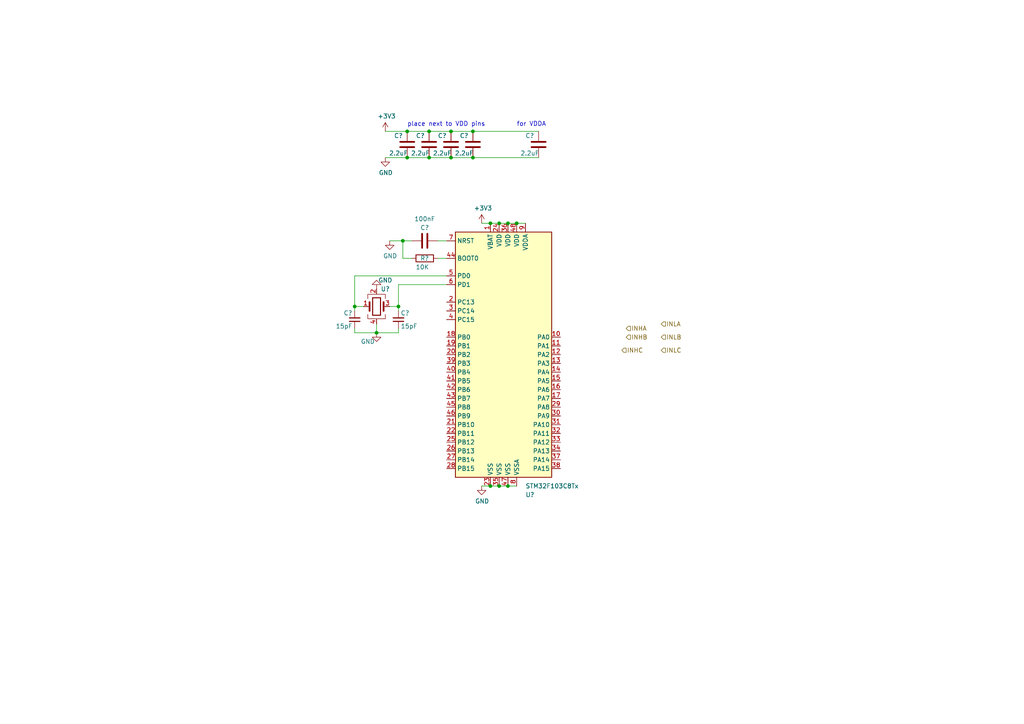
<source format=kicad_sch>
(kicad_sch (version 20211123) (generator eeschema)
  (paper "A4")
  (lib_symbols
    (symbol "Device:C" (pin_numbers hide) (pin_names (offset 0.254))
      (property "Reference" "C" (at 0.635 2.54 0))
      (property "Value" "C" (at 0.635 -2.54 0))
      (symbol "C_0_1"
        (polyline (pts (xy -2.032 -0.762) (xy 2.032 -0.762)) (stroke (width 0.508)))
        (polyline (pts (xy -2.032 0.762) (xy 2.032 0.762)) (stroke (width 0.508)))
      )
      (symbol "C_1_1"
        (pin passive line (at 0 3.81 270) (length 2.794) (name "~") (number "1"))
        (pin passive line (at 0 -3.81 90) (length 2.794) (name "~") (number "2"))
      )
    )
    (symbol "Device:C_Small" (pin_numbers hide) (pin_names (offset 0.254) hide)
      (property "Reference" "C" (at 0.254 1.778 0))
      (property "Value" "C_Small" (at 0.254 -2.032 0))
      (symbol "C_Small_0_1"
        (polyline (pts (xy -1.524 -0.508) (xy 1.524 -0.508)) (stroke (width 0.3302)))
        (polyline (pts (xy -1.524 0.508) (xy 1.524 0.508)) (stroke (width 0.3048)))
      )
      (symbol "C_Small_1_1"
        (pin passive line (at 0 2.54 270) (length 2.032) (name "~") (number "1"))
        (pin passive line (at 0 -2.54 90) (length 2.032) (name "~") (number "2"))
      )
    )
    (symbol "Device:Crystal_GND24" (pin_names (offset 1.016) hide)
      (property "Reference" "Y" (at 3.175 5.08 0))
      (property "Value" "Crystal_GND24" (at 3.175 3.175 0))
      (symbol "Crystal_GND24_0_1"
        (rectangle (start -1.143 2.54) (end 1.143 -2.54) (stroke (width 0.3048)))
        (polyline (pts (xy -2.54 0) (xy -2.032 0)))
        (polyline (pts (xy -2.032 -1.27) (xy -2.032 1.27)) (stroke (width 0.508)))
        (polyline (pts (xy 0 -3.81) (xy 0 -3.556)))
        (polyline (pts (xy 0 3.556) (xy 0 3.81)))
        (polyline (pts (xy 2.032 -1.27) (xy 2.032 1.27)) (stroke (width 0.508)))
        (polyline (pts (xy 2.032 0) (xy 2.54 0)))
        (polyline (pts (xy -2.54 -2.286) (xy -2.54 -3.556) (xy 2.54 -3.556) (xy 2.54 -2.286)))
        (polyline (pts (xy -2.54 2.286) (xy -2.54 3.556) (xy 2.54 3.556) (xy 2.54 2.286)))
      )
      (symbol "Crystal_GND24_1_1"
        (pin passive line (at -3.81 0 0) (length 1.27) (name "1") (number "1"))
        (pin passive line (at 0 5.08 270) (length 1.27) (name "2") (number "2"))
        (pin passive line (at 3.81 0 180) (length 1.27) (name "3") (number "3"))
        (pin passive line (at 0 -5.08 90) (length 1.27) (name "4") (number "4"))
      )
    )
    (symbol "Device:R" (pin_numbers hide) (pin_names (offset 0))
      (property "Reference" "R" (at 2.032 0 90))
      (property "Value" "R" (at 0 0 90))
      (symbol "R_0_1"
        (rectangle (start -1.016 -2.54) (end 1.016 2.54) (stroke (width 0.254)))
      )
      (symbol "R_1_1"
        (pin passive line (at 0 3.81 270) (length 1.27) (name "~") (number "1"))
        (pin passive line (at 0 -3.81 90) (length 1.27) (name "~") (number "2"))
      )
    )
    (symbol "MCU_ST_STM32F1:STM32F103C8Tx"
      (property "Reference" "U" (at -15.24 36.83 0))
      (property "Value" "STM32F103C8Tx" (at 7.62 36.83 0))
      (symbol "STM32F103C8Tx_0_1"
        (rectangle (start -15.24 -35.56) (end 12.7 35.56) (stroke (width 0.254)) (fill (type background)))
      )
      (symbol "STM32F103C8Tx_1_1"
        (pin power_in line (at -5.08 38.1 270) (length 2.54) (name "VBAT") (number "1"))
        (pin bidirectional line (at 15.24 5.08 180) (length 2.54) (name "PA0") (number "10"))
        (pin bidirectional line (at 15.24 2.54 180) (length 2.54) (name "PA1") (number "11"))
        (pin bidirectional line (at 15.24 0 180) (length 2.54) (name "PA2") (number "12"))
        (pin bidirectional line (at 15.24 -2.54 180) (length 2.54) (name "PA3") (number "13"))
        (pin bidirectional line (at 15.24 -5.08 180) (length 2.54) (name "PA4") (number "14"))
        (pin bidirectional line (at 15.24 -7.62 180) (length 2.54) (name "PA5") (number "15"))
        (pin bidirectional line (at 15.24 -10.16 180) (length 2.54) (name "PA6") (number "16"))
        (pin bidirectional line (at 15.24 -12.7 180) (length 2.54) (name "PA7") (number "17"))
        (pin bidirectional line (at -17.78 5.08 0) (length 2.54) (name "PB0") (number "18"))
        (pin bidirectional line (at -17.78 2.54 0) (length 2.54) (name "PB1") (number "19"))
        (pin bidirectional line (at -17.78 15.24 0) (length 2.54) (name "PC13") (number "2"))
        (pin bidirectional line (at -17.78 0 0) (length 2.54) (name "PB2") (number "20"))
        (pin bidirectional line (at -17.78 -20.32 0) (length 2.54) (name "PB10") (number "21"))
        (pin bidirectional line (at -17.78 -22.86 0) (length 2.54) (name "PB11") (number "22"))
        (pin power_in line (at -5.08 -38.1 90) (length 2.54) (name "VSS") (number "23"))
        (pin power_in line (at -2.54 38.1 270) (length 2.54) (name "VDD") (number "24"))
        (pin bidirectional line (at -17.78 -25.4 0) (length 2.54) (name "PB12") (number "25"))
        (pin bidirectional line (at -17.78 -27.94 0) (length 2.54) (name "PB13") (number "26"))
        (pin bidirectional line (at -17.78 -30.48 0) (length 2.54) (name "PB14") (number "27"))
        (pin bidirectional line (at -17.78 -33.02 0) (length 2.54) (name "PB15") (number "28"))
        (pin bidirectional line (at 15.24 -15.24 180) (length 2.54) (name "PA8") (number "29"))
        (pin bidirectional line (at -17.78 12.7 0) (length 2.54) (name "PC14") (number "3"))
        (pin bidirectional line (at 15.24 -17.78 180) (length 2.54) (name "PA9") (number "30"))
        (pin bidirectional line (at 15.24 -20.32 180) (length 2.54) (name "PA10") (number "31"))
        (pin bidirectional line (at 15.24 -22.86 180) (length 2.54) (name "PA11") (number "32"))
        (pin bidirectional line (at 15.24 -25.4 180) (length 2.54) (name "PA12") (number "33"))
        (pin bidirectional line (at 15.24 -27.94 180) (length 2.54) (name "PA13") (number "34"))
        (pin power_in line (at -2.54 -38.1 90) (length 2.54) (name "VSS") (number "35"))
        (pin power_in line (at 0 38.1 270) (length 2.54) (name "VDD") (number "36"))
        (pin bidirectional line (at 15.24 -30.48 180) (length 2.54) (name "PA14") (number "37"))
        (pin bidirectional line (at 15.24 -33.02 180) (length 2.54) (name "PA15") (number "38"))
        (pin bidirectional line (at -17.78 -2.54 0) (length 2.54) (name "PB3") (number "39"))
        (pin bidirectional line (at -17.78 10.16 0) (length 2.54) (name "PC15") (number "4"))
        (pin bidirectional line (at -17.78 -5.08 0) (length 2.54) (name "PB4") (number "40"))
        (pin bidirectional line (at -17.78 -7.62 0) (length 2.54) (name "PB5") (number "41"))
        (pin bidirectional line (at -17.78 -10.16 0) (length 2.54) (name "PB6") (number "42"))
        (pin bidirectional line (at -17.78 -12.7 0) (length 2.54) (name "PB7") (number "43"))
        (pin input line (at -17.78 27.94 0) (length 2.54) (name "BOOT0") (number "44"))
        (pin bidirectional line (at -17.78 -15.24 0) (length 2.54) (name "PB8") (number "45"))
        (pin bidirectional line (at -17.78 -17.78 0) (length 2.54) (name "PB9") (number "46"))
        (pin power_in line (at 0 -38.1 90) (length 2.54) (name "VSS") (number "47"))
        (pin power_in line (at 2.54 38.1 270) (length 2.54) (name "VDD") (number "48"))
        (pin input line (at -17.78 22.86 0) (length 2.54) (name "PD0") (number "5"))
        (pin input line (at -17.78 20.32 0) (length 2.54) (name "PD1") (number "6"))
        (pin input line (at -17.78 33.02 0) (length 2.54) (name "NRST") (number "7"))
        (pin power_in line (at 2.54 -38.1 90) (length 2.54) (name "VSSA") (number "8"))
        (pin power_in line (at 5.08 38.1 270) (length 2.54) (name "VDDA") (number "9"))
      )
    )
    (symbol "power:+3V3" (power) (pin_names (offset 0))
      (property "Value" "+3V3" (at 0 3.556 0))
      (symbol "+3V3_0_1"
        (polyline (pts (xy -0.762 1.27) (xy 0 2.54)))
        (polyline (pts (xy 0 0) (xy 0 2.54)))
        (polyline (pts (xy 0 2.54) (xy 0.762 1.27)))
      )
      (symbol "+3V3_1_1"
        (pin power_in line (at 0 0 90) (length 0) hide (name "+3V3") (number "1"))
      )
    )
    (symbol "power:GND" (power) (pin_names (offset 0))
      (property "Value" "GND" (at 0 -3.81 0))
      (symbol "GND_0_1"
        (polyline (pts (xy 0 0) (xy 0 -1.27) (xy 1.27 -1.27) (xy 0 -2.54) (xy -1.27 -1.27) (xy 0 -1.27)))
      )
      (symbol "GND_1_1"
        (pin power_in line (at 0 0 270) (length 0) hide (name "GND") (number "1"))
      )
    )
  )
  (junction (at 102.87 88.9))
  (junction (at 118.11 38.1))
  (junction (at 144.78 140.97))
  (junction (at 142.24 140.97))
  (junction (at 116.84 69.85))
  (junction (at 115.57 88.9))
  (junction (at 109.22 96.52))
  (junction (at 137.16 38.1))
  (junction (at 144.78 64.77))
  (junction (at 142.24 64.77))
  (junction (at 124.46 38.1))
  (junction (at 147.32 64.77))
  (junction (at 130.81 45.72))
  (junction (at 118.11 45.72))
  (junction (at 149.86 64.77))
  (junction (at 147.32 140.97))
  (junction (at 137.16 45.72))
  (junction (at 130.81 38.1))
  (junction (at 124.46 45.72))
  (wire (pts (xy 111.76 45.72) (xy 118.11 45.72)))
  (wire (pts (xy 144.78 140.97) (xy 147.32 140.97)))
  (wire (pts (xy 127 69.85) (xy 129.54 69.85)))
  (wire (pts (xy 109.22 93.98) (xy 109.22 96.52)))
  (wire (pts (xy 115.57 96.52) (xy 115.57 95.25)))
  (wire (pts (xy 137.16 38.1) (xy 130.81 38.1)))
  (wire (pts (xy 102.87 96.52) (xy 109.22 96.52)))
  (wire (pts (xy 115.57 88.9) (xy 115.57 82.55)))
  (wire (pts (xy 115.57 90.17) (xy 115.57 88.9)))
  (wire (pts (xy 118.11 45.72) (xy 124.46 45.72)))
  (wire (pts (xy 130.81 45.72) (xy 137.16 45.72)))
  (wire (pts (xy 102.87 80.01) (xy 102.87 88.9)))
  (wire (pts (xy 102.87 88.9) (xy 102.87 90.17)))
  (wire (pts (xy 109.22 96.52) (xy 115.57 96.52)))
  (wire (pts (xy 118.11 38.1) (xy 111.76 38.1)))
  (wire (pts (xy 142.24 140.97) (xy 144.78 140.97)))
  (wire (pts (xy 113.03 88.9) (xy 115.57 88.9)))
  (wire (pts (xy 116.84 69.85) (xy 116.84 74.93)))
  (wire (pts (xy 113.03 69.85) (xy 116.84 69.85)))
  (wire (pts (xy 116.84 69.85) (xy 119.38 69.85)))
  (wire (pts (xy 127 74.93) (xy 129.54 74.93)))
  (wire (pts (xy 124.46 38.1) (xy 118.11 38.1)))
  (wire (pts (xy 144.78 64.77) (xy 147.32 64.77)))
  (wire (pts (xy 137.16 38.1) (xy 156.21 38.1)))
  (wire (pts (xy 149.86 64.77) (xy 152.4 64.77)))
  (wire (pts (xy 137.16 45.72) (xy 156.21 45.72)))
  (wire (pts (xy 124.46 45.72) (xy 130.81 45.72)))
  (wire (pts (xy 105.41 88.9) (xy 102.87 88.9)))
  (wire (pts (xy 139.7 64.77) (xy 142.24 64.77)))
  (wire (pts (xy 142.24 64.77) (xy 144.78 64.77)))
  (wire (pts (xy 102.87 80.01) (xy 129.54 80.01)))
  (wire (pts (xy 139.7 140.97) (xy 142.24 140.97)))
  (wire (pts (xy 115.57 82.55) (xy 129.54 82.55)))
  (wire (pts (xy 102.87 95.25) (xy 102.87 96.52)))
  (wire (pts (xy 147.32 140.97) (xy 149.86 140.97)))
  (wire (pts (xy 119.38 74.93) (xy 116.84 74.93)))
  (wire (pts (xy 130.81 38.1) (xy 124.46 38.1)))
  (wire (pts (xy 147.32 64.77) (xy 149.86 64.77)))
  (text "for VDDA" (at 149.86 36.83 0) (effects (font (size 1.27 1.27)) (justify left bottom)))
  (text "place next to VDD pins" (at 118.11 36.83 0) (effects (font (size 1.27 1.27)) (justify left bottom)))
  (hierarchical_label "INLA" (shape input) (at 191.77 93.98 0))
  (hierarchical_label "INHC" (shape input) (at 180.34 101.6 0))
  (hierarchical_label "INLC" (shape input) (at 191.77 101.6 0))
  (hierarchical_label "INLB" (shape input) (at 191.77 97.79 0))
  (hierarchical_label "INHA" (shape input) (at 181.61 95.25 0))
  (hierarchical_label "INHB" (shape input) (at 181.61 97.79 0))
  (symbol (lib_id "power:GND") (at 113.03 69.85 0) (unit 1)
    (property "Reference" "#PWR?" (effects hide))
    (property "Value" "GND" (at 113.157 74.2442 0))
  )
  (symbol (lib_id "Device:C") (at 137.16 41.91 0) (unit 1)
    (property "Reference" "C?" (at 134.62 39.37 0))
    (property "Value" "2.2uF" (at 134.62 44.45 0))
    (property "Footprint" "Capacitor_SMD:C_0603_1608Metric" (effects hide))
    (property "Datasheet" "https://lcsc.com/product-detail/Multilayer-Ceramic-Capacitors-MLCC-SMD-SMT_Samsung-Electro-Mechanics-CL10A225KO8NNNC_C23630.html" (effects hide))
    (property "LCSC" "C23630" (effects hide))
  )
  (symbol (lib_id "Device:C") (at 123.19 69.85 270) (unit 1)
    (property "Reference" "C?" (at 123.19 66.04 90))
    (property "Value" "100nF" (at 123.19 63.5 90))
    (property "Footprint" "Capacitor_SMD:C_0603_1608Metric" (effects hide))
    (property "Datasheet" "https://lcsc.com/product-detail/Multilayer-Ceramic-Capacitors-MLCC-SMD-SMT_YAGEO-CC0603KRX7R9BB104_C14663.html" (effects hide))
    (property "LCSC" "C14663" (effects hide))
  )
  (symbol (lib_id "Device:C") (at 156.21 41.91 0) (unit 1)
    (property "Reference" "C?" (at 153.67 39.37 0))
    (property "Value" "2.2uF" (at 153.67 44.45 0))
    (property "Footprint" "Capacitor_SMD:C_0603_1608Metric" (effects hide))
    (property "Datasheet" "https://lcsc.com/product-detail/Multilayer-Ceramic-Capacitors-MLCC-SMD-SMT_Samsung-Electro-Mechanics-CL10A225KO8NNNC_C23630.html" (effects hide))
    (property "LCSC" "C23630" (effects hide))
  )
  (symbol (lib_id "power:GND") (at 111.76 45.72 0) (unit 1)
    (property "Reference" "#PWR?" (effects hide))
    (property "Value" "GND" (at 111.887 50.1142 0))
  )
  (symbol (lib_id "power:GND") (at 139.7 140.97 0) (unit 1)
    (property "Reference" "#PWR?" (effects hide))
    (property "Value" "GND" (at 139.827 145.3642 0))
  )
  (symbol (lib_id "power:+3V3") (at 139.7 64.77 0) (unit 1)
    (property "Reference" "#PWR?" (effects hide))
    (property "Value" "+3V3" (at 140.081 60.3758 0))
  )
  (symbol (lib_id "Device:C_Small") (at 115.57 92.71 180) (unit 1)
    (property "Reference" "C?" (at 116.205 90.805 0) (effects (justify right)))
    (property "Value" "15pF" (at 116.205 94.615 0) (effects (justify right)))
    (property "Footprint" "Capacitor_SMD:C_0603_1608Metric" (effects hide))
    (property "Datasheet" "https://lcsc.com/product-detail/Multilayer-Ceramic-Capacitors-MLCC-SMD-SMT_Samsung-Electro-Mechanics-CL10C150JB8NNNC_C1644.html" (effects hide))
    (property "LCSC" "C1644" (effects hide))
  )
  (symbol (lib_id "power:GND") (at 109.22 83.82 180) (unit 1)
    (property "Reference" "#PWR?" (effects hide))
    (property "Value" "GND" (at 111.76 81.28 0))
  )
  (symbol (lib_id "power:+3V3") (at 111.76 38.1 0) (unit 1)
    (property "Reference" "#PWR?" (effects hide))
    (property "Value" "+3V3" (at 112.141 33.7058 0))
  )
  (symbol (lib_id "Device:C") (at 124.46 41.91 0) (unit 1)
    (property "Reference" "C?" (at 121.92 39.37 0))
    (property "Value" "2.2uF" (at 121.92 44.45 0))
    (property "Footprint" "Capacitor_SMD:C_0603_1608Metric" (effects hide))
    (property "Datasheet" "https://lcsc.com/product-detail/Multilayer-Ceramic-Capacitors-MLCC-SMD-SMT_Samsung-Electro-Mechanics-CL10A225KO8NNNC_C23630.html" (effects hide))
    (property "LCSC" "C23630" (effects hide))
  )
  (symbol (lib_id "Device:Crystal_GND24") (at 109.22 88.9 0) (unit 1)
    (property "Reference" "U?" (at 111.76 83.82 0))
    (property "Value" "Crystal_GND3" (effects hide))
    (property "Footprint" "Crystal:Crystal_SMD_5032-4Pin_5.0x3.2mm" (effects hide))
    (property "Datasheet" "https://lcsc.com/product-detail/SMD-Crystal-Resonators_Abracon-LLC-ABM3B-8-000MHZ-10-1-U-T_C276420.html" (effects hide))
    (property "LCSC" "C276420" (effects hide))
  )
  (symbol (lib_id "Device:R") (at 123.19 74.93 270) (unit 1)
    (property "Reference" "R?" (at 124.46 74.93 90) (effects (justify right)))
    (property "Value" "10K" (at 124.46 77.47 90) (effects (justify right)))
    (property "Footprint" "Resistor_SMD:R_0603_1608Metric" (effects hide))
    (property "Datasheet" "https://lcsc.com/product-detail/Chip-Resistor-Surface-Mount_UNI-ROYAL-Uniroyal-Elec-0603WAF1002T5E_C25804.html" (effects hide))
    (property "LCSC" "C25804" (effects hide))
  )
  (symbol (lib_id "power:GND") (at 109.22 96.52 0) (unit 1)
    (property "Reference" "#PWR?" (effects hide))
    (property "Value" "GND" (at 106.68 99.06 0))
  )
  (symbol (lib_id "Device:C_Small") (at 102.87 92.71 0) (mirror x) (unit 1)
    (property "Reference" "C?" (at 102.235 90.805 0) (effects (justify right)))
    (property "Value" "15pF" (at 102.235 94.615 0) (effects (justify right)))
    (property "Footprint" "Capacitor_SMD:C_0603_1608Metric" (effects hide))
    (property "Datasheet" "https://lcsc.com/product-detail/Multilayer-Ceramic-Capacitors-MLCC-SMD-SMT_Samsung-Electro-Mechanics-CL10C150JB8NNNC_C1644.html" (effects hide))
    (property "LCSC" "C1644" (effects hide))
  )
  (symbol (lib_id "Device:C") (at 118.11 41.91 0) (unit 1)
    (property "Reference" "C?" (at 115.57 39.37 0))
    (property "Value" "2.2uF" (at 115.57 44.45 0))
    (property "Footprint" "Capacitor_SMD:C_0603_1608Metric" (effects hide))
    (property "Datasheet" "https://lcsc.com/product-detail/Multilayer-Ceramic-Capacitors-MLCC-SMD-SMT_Samsung-Electro-Mechanics-CL10A225KO8NNNC_C23630.html" (effects hide))
    (property "LCSC" "C23630" (effects hide))
  )
  (symbol (lib_id "Device:C") (at 130.81 41.91 0) (unit 1)
    (property "Reference" "C?" (at 128.27 39.37 0))
    (property "Value" "2.2uF" (at 128.27 44.45 0))
    (property "Footprint" "Capacitor_SMD:C_0603_1608Metric" (effects hide))
    (property "Datasheet" "https://lcsc.com/product-detail/Multilayer-Ceramic-Capacitors-MLCC-SMD-SMT_Samsung-Electro-Mechanics-CL10A225KO8NNNC_C23630.html" (effects hide))
    (property "LCSC" "C23630" (effects hide))
  )
  (symbol (lib_id "MCU_ST_STM32F1:STM32F103C8Tx") (at 147.32 102.87 0) (unit 1)
    (property "Reference" "U?" (at 152.4 143.51 0) (effects (justify left)))
    (property "Value" "STM32F103C8Tx" (at 152.4 140.97 0) (effects (justify left)))
    (property "Footprint" "Package_QFP:LQFP-48_7x7mm_P0.5mm" (effects hide))
    (property "Datasheet" "https://lcsc.com/product-detail/ST-Microelectronics_STMicroelectronics-STM32F103C8T6_C8734.html" (effects hide))
  )
)
</source>
